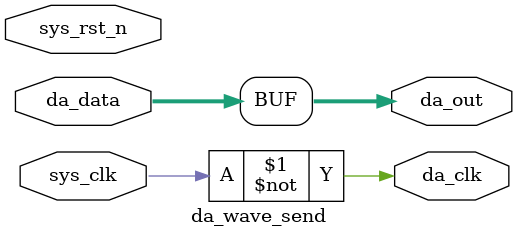
<source format=v>
module da_wave_send(
    input           sys_clk     ,
    input           sys_rst_n   ,
    input   [7:0]   da_data     ,
    output  [7:0]   da_out      ,
    output          da_clk   
    );

    assign          da_clk = ~sys_clk;
    assign          da_out = da_data;
endmodule
</source>
